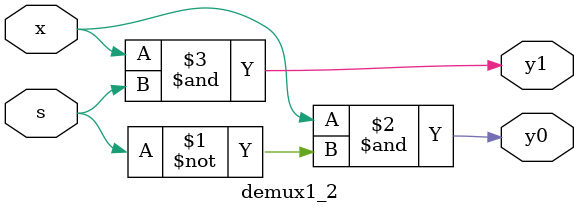
<source format=v>
module demux1_2(input x,s,output y0,y1);
  assign y0= x & ~s;
  assign y1= x & s;
endmodule

</source>
